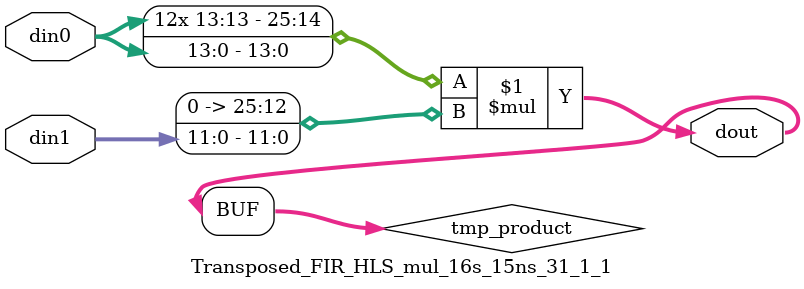
<source format=v>

`timescale 1 ns / 1 ps

 module Transposed_FIR_HLS_mul_16s_15ns_31_1_1(din0, din1, dout);
parameter ID = 1;
parameter NUM_STAGE = 0;
parameter din0_WIDTH = 14;
parameter din1_WIDTH = 12;
parameter dout_WIDTH = 26;

input [din0_WIDTH - 1 : 0] din0; 
input [din1_WIDTH - 1 : 0] din1; 
output [dout_WIDTH - 1 : 0] dout;

wire signed [dout_WIDTH - 1 : 0] tmp_product;


























assign tmp_product = $signed(din0) * $signed({1'b0, din1});









assign dout = tmp_product;





















endmodule

</source>
